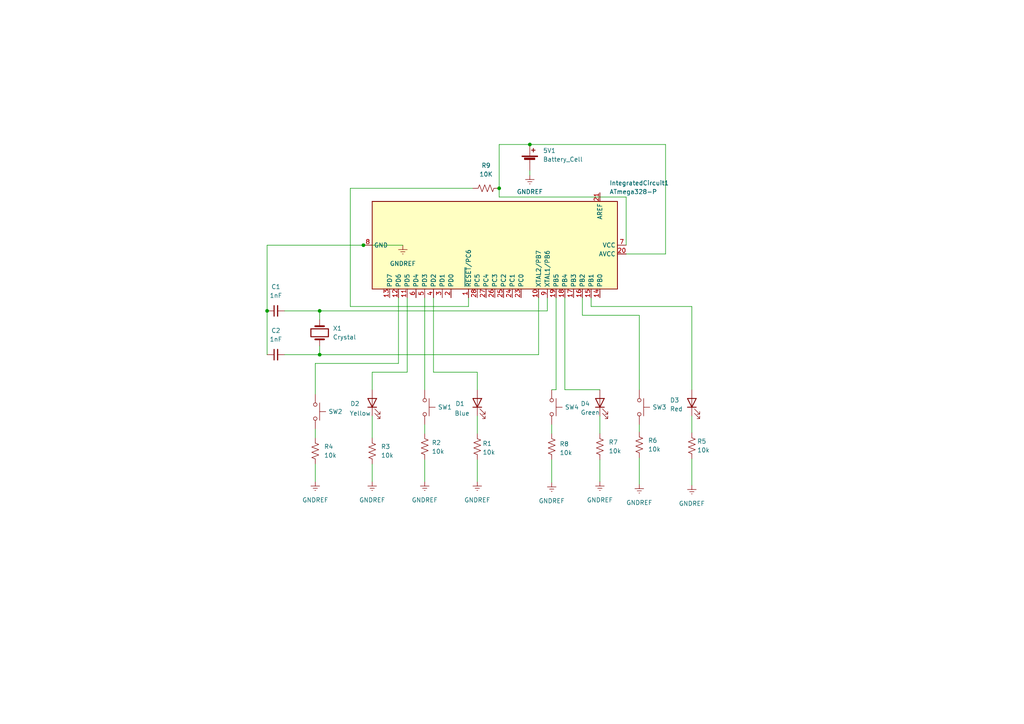
<source format=kicad_sch>
(kicad_sch (version 20211123) (generator eeschema)
  (paper "A4")
  (title_block (title "Simon Says") (date "2022-03-10") (rev "v01") (comment 4 "Author: Srishti Nautiyal and Iria Wang"))
  (lib_symbols
    (symbol "Device:Battery_Cell" (pin_numbers hide) (pin_names (offset 0) hide)
      (property "Reference" "BT" (at 2.54 2.54 0))
      (property "Value" "Battery_Cell" (at 2.54 0 0))
      (symbol "Battery_Cell_0_1"
        (rectangle (start -2.286 1.778) (end 2.286 1.524) (fill (type outline)))
        (rectangle (start -1.5748 1.1938) (end 1.4732 0.6858) (fill (type outline)))
        (polyline (pts (xy 0 0.762) (xy 0 0)))
        (polyline (pts (xy 0 1.778) (xy 0 2.54)))
        (polyline (pts (xy 0.508 3.429) (xy 1.524 3.429)) (stroke (width 0.254)))
        (polyline (pts (xy 1.016 3.937) (xy 1.016 2.921)) (stroke (width 0.254)))
      )
      (symbol "Battery_Cell_1_1"
        (pin passive line (at 0 5.08 270) (length 2.54) (name "+") (number "1"))
        (pin passive line (at 0 -2.54 90) (length 2.54) (name "-") (number "2"))
      )
    )
    (symbol "Device:C_Small" (pin_numbers hide) (pin_names (offset 0.254) hide)
      (property "Reference" "C" (at 0.254 1.778 0))
      (property "Value" "C_Small" (at 0.254 -2.032 0))
      (symbol "C_Small_0_1"
        (polyline (pts (xy -1.524 -0.508) (xy 1.524 -0.508)) (stroke (width 0.3302)))
        (polyline (pts (xy -1.524 0.508) (xy 1.524 0.508)) (stroke (width 0.3048)))
      )
      (symbol "C_Small_1_1"
        (pin passive line (at 0 2.54 270) (length 2.032) (name "~") (number "1"))
        (pin passive line (at 0 -2.54 90) (length 2.032) (name "~") (number "2"))
      )
    )
    (symbol "Device:Crystal" (pin_numbers hide) (pin_names (offset 1.016) hide)
      (property "Reference" "Y" (at 0 3.81 0))
      (property "Value" "Crystal" (at 0 -3.81 0))
      (symbol "Crystal_0_1"
        (rectangle (start -1.143 2.54) (end 1.143 -2.54) (stroke (width 0.3048)))
        (polyline (pts (xy -2.54 0) (xy -1.905 0)))
        (polyline (pts (xy -1.905 -1.27) (xy -1.905 1.27)) (stroke (width 0.508)))
        (polyline (pts (xy 1.905 -1.27) (xy 1.905 1.27)) (stroke (width 0.508)))
        (polyline (pts (xy 2.54 0) (xy 1.905 0)))
      )
      (symbol "Crystal_1_1"
        (pin passive line (at -3.81 0 0) (length 1.27) (name "1") (number "1"))
        (pin passive line (at 3.81 0 180) (length 1.27) (name "2") (number "2"))
      )
    )
    (symbol "Device:LED" (pin_numbers hide) (pin_names (offset 1.016) hide)
      (property "Reference" "D" (at 0 2.54 0))
      (property "Value" "LED" (at 0 -2.54 0))
      (symbol "LED_0_1"
        (polyline (pts (xy -1.27 -1.27) (xy -1.27 1.27)) (stroke (width 0.254)))
        (polyline (pts (xy -1.27 0) (xy 1.27 0)))
        (polyline (pts (xy 1.27 -1.27) (xy 1.27 1.27) (xy -1.27 0) (xy 1.27 -1.27)) (stroke (width 0.254)))
        (polyline (pts (xy -3.048 -0.762) (xy -4.572 -2.286) (xy -3.81 -2.286) (xy -4.572 -2.286) (xy -4.572 -1.524)))
        (polyline (pts (xy -1.778 -0.762) (xy -3.302 -2.286) (xy -2.54 -2.286) (xy -3.302 -2.286) (xy -3.302 -1.524)))
      )
      (symbol "LED_1_1"
        (pin passive line (at -3.81 0 0) (length 2.54) (name "K") (number "1"))
        (pin passive line (at 3.81 0 180) (length 2.54) (name "A") (number "2"))
      )
    )
    (symbol "Device:R_US" (pin_numbers hide) (pin_names (offset 0))
      (property "Reference" "R" (at 2.54 0 90))
      (property "Value" "R_US" (at -2.54 0 90))
      (symbol "R_US_0_1"
        (polyline (pts (xy 0 -2.286) (xy 0 -2.54)))
        (polyline (pts (xy 0 2.286) (xy 0 2.54)))
        (polyline (pts (xy 0 -0.762) (xy 1.016 -1.143) (xy 0 -1.524) (xy -1.016 -1.905) (xy 0 -2.286)))
        (polyline (pts (xy 0 0.762) (xy 1.016 0.381) (xy 0 0) (xy -1.016 -0.381) (xy 0 -0.762)))
        (polyline (pts (xy 0 2.286) (xy 1.016 1.905) (xy 0 1.524) (xy -1.016 1.143) (xy 0 0.762)))
      )
      (symbol "R_US_1_1"
        (pin passive line (at 0 3.81 270) (length 1.27) (name "~") (number "1"))
        (pin passive line (at 0 -3.81 90) (length 1.27) (name "~") (number "2"))
      )
    )
    (symbol "MCU_Microchip_ATmega:ATmega328-P"
      (property "Reference" "U" (at -12.7 36.83 0))
      (property "Value" "ATmega328-P" (at 2.54 -36.83 0))
      (symbol "ATmega328-P_0_1"
        (rectangle (start -12.7 -35.56) (end 12.7 35.56) (stroke (width 0.254)) (fill (type background)))
      )
      (symbol "ATmega328-P_1_1"
        (pin bidirectional line (at 15.24 -7.62 180) (length 2.54) (name "~{RESET}/PC6") (number "1"))
        (pin bidirectional line (at 15.24 12.7 180) (length 2.54) (name "XTAL2/PB7") (number "10"))
        (pin bidirectional line (at 15.24 -25.4 180) (length 2.54) (name "PD5") (number "11"))
        (pin bidirectional line (at 15.24 -27.94 180) (length 2.54) (name "PD6") (number "12"))
        (pin bidirectional line (at 15.24 -30.48 180) (length 2.54) (name "PD7") (number "13"))
        (pin bidirectional line (at 15.24 30.48 180) (length 2.54) (name "PB0") (number "14"))
        (pin bidirectional line (at 15.24 27.94 180) (length 2.54) (name "PB1") (number "15"))
        (pin bidirectional line (at 15.24 25.4 180) (length 2.54) (name "PB2") (number "16"))
        (pin bidirectional line (at 15.24 22.86 180) (length 2.54) (name "PB3") (number "17"))
        (pin bidirectional line (at 15.24 20.32 180) (length 2.54) (name "PB4") (number "18"))
        (pin bidirectional line (at 15.24 17.78 180) (length 2.54) (name "PB5") (number "19"))
        (pin bidirectional line (at 15.24 -12.7 180) (length 2.54) (name "PD0") (number "2"))
        (pin power_in line (at 2.54 38.1 270) (length 2.54) (name "AVCC") (number "20"))
        (pin passive line (at -15.24 30.48 0) (length 2.54) (name "AREF") (number "21"))
        (pin passive line (at 0 -38.1 90) (length 2.54) hide (name "GND") (number "22"))
        (pin bidirectional line (at 15.24 7.62 180) (length 2.54) (name "PC0") (number "23"))
        (pin bidirectional line (at 15.24 5.08 180) (length 2.54) (name "PC1") (number "24"))
        (pin bidirectional line (at 15.24 2.54 180) (length 2.54) (name "PC2") (number "25"))
        (pin bidirectional line (at 15.24 0 180) (length 2.54) (name "PC3") (number "26"))
        (pin bidirectional line (at 15.24 -2.54 180) (length 2.54) (name "PC4") (number "27"))
        (pin bidirectional line (at 15.24 -5.08 180) (length 2.54) (name "PC5") (number "28"))
        (pin bidirectional line (at 15.24 -15.24 180) (length 2.54) (name "PD1") (number "3"))
        (pin bidirectional line (at 15.24 -17.78 180) (length 2.54) (name "PD2") (number "4"))
        (pin bidirectional line (at 15.24 -20.32 180) (length 2.54) (name "PD3") (number "5"))
        (pin bidirectional line (at 15.24 -22.86 180) (length 2.54) (name "PD4") (number "6"))
        (pin power_in line (at 0 38.1 270) (length 2.54) (name "VCC") (number "7"))
        (pin power_in line (at 0 -38.1 90) (length 2.54) (name "GND") (number "8"))
        (pin bidirectional line (at 15.24 15.24 180) (length 2.54) (name "XTAL1/PB6") (number "9"))
      )
    )
    (symbol "Switch:SW_Push" (pin_numbers hide) (pin_names (offset 1.016) hide)
      (property "Reference" "SW" (at 1.27 2.54 0))
      (property "Value" "SW_Push" (at 0 -1.524 0))
      (symbol "SW_Push_0_1"
        (circle (center -2.032 0) (radius 0.508))
        (polyline (pts (xy 0 1.27) (xy 0 3.048)))
        (polyline (pts (xy 2.54 1.27) (xy -2.54 1.27)))
        (circle (center 2.032 0) (radius 0.508))
        (pin passive line (at -5.08 0 0) (length 2.54) (name "1") (number "1"))
        (pin passive line (at 5.08 0 180) (length 2.54) (name "2") (number "2"))
      )
    )
    (symbol "power:GNDREF" (power) (pin_names (offset 0))
      (property "Value" "GNDREF" (at 0 -3.81 0))
      (symbol "GNDREF_0_1"
        (polyline (pts (xy -0.635 -1.905) (xy 0.635 -1.905)))
        (polyline (pts (xy -0.127 -2.54) (xy 0.127 -2.54)))
        (polyline (pts (xy 0 -1.27) (xy 0 0)))
        (polyline (pts (xy 1.27 -1.27) (xy -1.27 -1.27)))
      )
      (symbol "GNDREF_1_1"
        (pin power_in line (at 0 0 270) (length 0) hide (name "GNDREF") (number "1"))
      )
    )
  )
  (junction (at 77.47 90.17))
  (junction (at 92.71 102.87))
  (junction (at 105.41 71.12))
  (junction (at 153.67 41.91))
  (junction (at 92.71 90.17))
  (junction (at 144.78 54.61))
  (wire (pts (xy 91.44 124.46) (xy 91.44 127)))
  (wire (pts (xy 82.55 90.17) (xy 92.71 90.17)))
  (wire (pts (xy 168.91 91.44) (xy 185.42 91.44)))
  (wire (pts (xy 200.66 133.096) (xy 200.66 140.716)))
  (wire (pts (xy 137.16 54.61) (xy 101.6 54.61)))
  (wire (pts (xy 107.95 134.62) (xy 107.95 139.7)))
  (wire (pts (xy 181.61 57.15) (xy 144.78 57.15)))
  (wire (pts (xy 193.04 41.91) (xy 193.04 73.66)))
  (wire (pts (xy 105.41 71.12) (xy 116.84 71.12)))
  (wire (pts (xy 193.04 73.66) (xy 181.61 73.66)))
  (wire (pts (xy 156.21 86.36) (xy 156.21 102.87)))
  (wire (pts (xy 171.45 88.9) (xy 200.66 88.9)))
  (wire (pts (xy 144.78 57.15) (xy 144.78 54.61)))
  (wire (pts (xy 185.42 123.19) (xy 185.42 125.222)))
  (wire (pts (xy 91.44 134.62) (xy 91.44 139.7)))
  (wire (pts (xy 82.55 102.87) (xy 92.71 102.87)))
  (wire (pts (xy 91.44 114.3) (xy 91.44 105.41)))
  (wire (pts (xy 123.19 86.36) (xy 123.19 113.03)))
  (wire (pts (xy 125.73 107.95) (xy 138.43 107.95)))
  (wire (pts (xy 107.95 107.95) (xy 107.95 113.03)))
  (wire (pts (xy 91.44 105.41) (xy 115.57 105.41)))
  (wire (pts (xy 173.99 133.35) (xy 173.99 139.7)))
  (wire (pts (xy 77.47 71.12) (xy 77.47 90.17)))
  (wire (pts (xy 168.91 86.36) (xy 168.91 91.44)))
  (wire (pts (xy 153.67 49.53) (xy 153.67 50.8)))
  (wire (pts (xy 123.19 133.35) (xy 123.19 139.7)))
  (wire (pts (xy 101.6 88.9) (xy 135.89 88.9)))
  (wire (pts (xy 163.83 113.03) (xy 173.99 113.03)))
  (wire (pts (xy 92.71 90.17) (xy 92.71 92.71)))
  (wire (pts (xy 144.78 41.91) (xy 144.78 54.61)))
  (wire (pts (xy 115.57 86.36) (xy 115.57 105.41)))
  (wire (pts (xy 125.73 86.36) (xy 125.73 107.95)))
  (wire (pts (xy 138.43 120.65) (xy 138.43 125.73)))
  (wire (pts (xy 138.43 133.35) (xy 138.43 139.7)))
  (wire (pts (xy 185.42 91.44) (xy 185.42 113.03)))
  (wire (pts (xy 118.11 86.36) (xy 118.11 107.95)))
  (wire (pts (xy 173.99 120.65) (xy 173.99 125.73)))
  (wire (pts (xy 156.21 102.87) (xy 92.71 102.87)))
  (wire (pts (xy 153.67 41.91) (xy 193.04 41.91)))
  (wire (pts (xy 181.61 71.12) (xy 181.61 57.15)))
  (wire (pts (xy 101.6 54.61) (xy 101.6 88.9)))
  (wire (pts (xy 105.41 71.12) (xy 77.47 71.12)))
  (wire (pts (xy 158.75 86.36) (xy 158.75 90.17)))
  (wire (pts (xy 160.02 123.19) (xy 160.02 125.73)))
  (wire (pts (xy 158.75 90.17) (xy 92.71 90.17)))
  (wire (pts (xy 200.66 120.65) (xy 200.66 125.476)))
  (wire (pts (xy 161.29 86.36) (xy 161.29 113.03)))
  (wire (pts (xy 171.45 86.36) (xy 171.45 88.9)))
  (wire (pts (xy 123.19 123.19) (xy 123.19 125.73)))
  (wire (pts (xy 200.66 88.9) (xy 200.66 113.03)))
  (wire (pts (xy 163.83 86.36) (xy 163.83 113.03)))
  (wire (pts (xy 107.95 120.65) (xy 107.95 127)))
  (wire (pts (xy 77.47 90.17) (xy 77.47 102.87)))
  (wire (pts (xy 118.11 107.95) (xy 107.95 107.95)))
  (wire (pts (xy 153.67 41.91) (xy 144.78 41.91)))
  (wire (pts (xy 138.43 107.95) (xy 138.43 113.03)))
  (wire (pts (xy 135.89 88.9) (xy 135.89 86.36)))
  (wire (pts (xy 161.29 113.03) (xy 160.02 113.03)))
  (wire (pts (xy 92.71 100.33) (xy 92.71 102.87)))
  (wire (pts (xy 185.42 132.842) (xy 185.42 140.462)))
  (wire (pts (xy 160.02 139.954) (xy 160.02 133.35)))
  (symbol (lib_id "Device:R_US") (at 91.44 130.81 0) (unit 1)
    (property "Reference" "R4" (at 93.98 129.5399 0) (effects (justify left)))
    (property "Value" "10k" (at 93.98 132.0799 0) (effects (justify left)))
    (property "Footprint" "Resistor_THT:R_Axial_DIN0207_L6.3mm_D2.5mm_P7.62mm_Horizontal" (effects hide))
  )
  (symbol (lib_id "power:GNDREF") (at 173.99 139.7 0) (unit 1)
    (property "Reference" "#PWR0104" (effects hide))
    (property "Value" "GNDREF" (at 173.99 145.034 0))
  )
  (symbol (lib_id "Device:R_US") (at 123.19 129.54 0) (unit 1)
    (property "Reference" "R2" (at 125.222 128.397 0) (effects (justify left)))
    (property "Value" "10k" (at 125.222 130.937 0) (effects (justify left)))
    (property "Footprint" "Resistor_THT:R_Axial_DIN0207_L6.3mm_D2.5mm_P7.62mm_Horizontal" (effects hide))
  )
  (symbol (lib_id "Device:R_US") (at 138.43 129.54 0) (unit 1)
    (property "Reference" "R1" (at 139.954 128.651 0) (effects (justify left)))
    (property "Value" "10k" (at 139.954 131.191 0) (effects (justify left)))
    (property "Footprint" "Resistor_THT:R_Axial_DIN0207_L6.3mm_D2.5mm_P7.62mm_Horizontal" (effects hide))
  )
  (symbol (lib_id "Device:R_US") (at 140.97 54.61 90) (unit 1)
    (property "Reference" "R9" (at 140.97 48.006 90))
    (property "Value" "10K" (at 140.97 50.546 90))
    (property "Footprint" "Resistor_THT:R_Axial_DIN0207_L6.3mm_D2.5mm_P7.62mm_Horizontal" (effects hide))
  )
  (symbol (lib_id "Device:R_US") (at 160.02 129.54 0) (unit 1)
    (property "Reference" "R8" (at 162.306 128.778 0) (effects (justify left)))
    (property "Value" "10k" (at 162.306 131.318 0) (effects (justify left)))
    (property "Footprint" "Resistor_THT:R_Axial_DIN0207_L6.3mm_D2.5mm_P7.62mm_Horizontal" (effects hide))
  )
  (symbol (lib_id "Switch:SW_Push") (at 185.42 118.11 270) (unit 1)
    (property "Reference" "SW3" (at 189.23 118.1099 90) (effects (justify left)))
    (property "Value" "SW_Push" (effects hide))
    (property "Footprint" "Button_Switch_THT:SW_TH_Tactile_Omron_B3F-10xx" (effects hide))
  )
  (symbol (lib_id "Device:LED") (at 200.66 116.84 90) (unit 1)
    (property "Reference" "D3" (at 194.31 116.078 90) (effects (justify right)))
    (property "Value" "Red" (at 194.31 118.618 90) (effects (justify right)))
    (property "Footprint" "LED_THT:LED_D3.0mm" (effects hide))
  )
  (symbol (lib_id "Switch:SW_Push") (at 160.02 118.11 270) (unit 1)
    (property "Reference" "SW4" (at 163.83 118.1099 90) (effects (justify left)))
    (property "Value" "SW_Push" (effects hide))
    (property "Footprint" "Button_Switch_THT:SW_TH_Tactile_Omron_B3F-10xx" (effects hide))
  )
  (symbol (lib_id "power:GNDREF") (at 138.43 139.7 0) (unit 1)
    (property "Reference" "#PWR0109" (effects hide))
    (property "Value" "GNDREF" (at 138.43 145.034 0))
  )
  (symbol (lib_id "power:GNDREF") (at 160.02 139.954 0) (unit 1)
    (property "Reference" "#PWR0105" (effects hide))
    (property "Value" "GNDREF" (at 160.02 145.288 0))
  )
  (symbol (lib_id "Switch:SW_Push") (at 123.19 118.11 270) (unit 1)
    (property "Reference" "SW1" (at 127 118.1099 90) (effects (justify left)))
    (property "Value" "SW_Push" (effects hide))
    (property "Footprint" "Button_Switch_THT:SW_TH_Tactile_Omron_B3F-10xx" (effects hide))
  )
  (symbol (lib_id "power:GNDREF") (at 116.84 71.12 0) (unit 1)
    (property "Reference" "#PWR0101" (effects hide))
    (property "Value" "GNDREF" (at 116.84 76.454 0))
  )
  (symbol (lib_id "power:GNDREF") (at 123.19 139.7 0) (unit 1)
    (property "Reference" "#PWR0108" (effects hide))
    (property "Value" "GNDREF" (at 123.19 145.034 0))
  )
  (symbol (lib_id "Device:Battery_Cell") (at 153.67 46.99 0) (unit 1)
    (property "Reference" "5V1" (at 157.48 43.6879 0) (effects (justify left)))
    (property "Value" "Battery_Cell" (at 157.48 46.2279 0) (effects (justify left)))
    (property "Footprint" "Battery:BatteryHolder_Bulgin_BX0036_1xC" (effects hide))
  )
  (symbol (lib_id "Device:Crystal") (at 92.71 96.52 90) (unit 1)
    (property "Reference" "X1" (at 96.52 95.2499 90) (effects (justify right)))
    (property "Value" "Crystal" (at 96.52 97.7899 90) (effects (justify right)))
    (property "Footprint" "Crystal:Crystal_HC49-4H_Vertical" (effects hide))
  )
  (symbol (lib_id "Device:LED") (at 138.43 116.84 90) (unit 1)
    (property "Reference" "D1" (at 132.08 117.094 90) (effects (justify right)))
    (property "Value" "Blue" (at 131.826 119.888 90) (effects (justify right)))
    (property "Footprint" "LED_THT:LED_D3.0mm" (effects hide))
  )
  (symbol (lib_id "Device:C_Small") (at 80.01 90.17 90) (unit 1)
    (property "Reference" "C1" (at 80.0163 83.185 90))
    (property "Value" "1nF" (at 80.0163 85.725 90))
    (property "Footprint" "Capacitor_THT:CP_Radial_D4.0mm_P1.50mm" (effects hide))
  )
  (symbol (lib_id "power:GNDREF") (at 153.67 50.8 0) (unit 1)
    (property "Reference" "#PWR0110" (effects hide))
    (property "Value" "GNDREF" (at 153.67 55.626 0))
  )
  (symbol (lib_id "Device:LED") (at 173.99 116.84 90) (unit 1)
    (property "Reference" "D4" (at 168.402 117.094 90) (effects (justify right)))
    (property "Value" "Green" (at 168.402 119.634 90) (effects (justify right)))
    (property "Footprint" "LED_THT:LED_D3.0mm" (effects hide))
  )
  (symbol (lib_id "power:GNDREF") (at 107.95 139.7 0) (unit 1)
    (property "Reference" "#PWR0107" (effects hide))
    (property "Value" "GNDREF" (at 107.95 145.034 0))
  )
  (symbol (lib_id "Device:LED") (at 107.95 116.84 90) (unit 1)
    (property "Reference" "D2" (at 101.6 117.094 90) (effects (justify right)))
    (property "Value" "Yellow" (at 101.346 119.888 90) (effects (justify right)))
    (property "Footprint" "LED_THT:LED_D3.0mm" (effects hide))
  )
  (symbol (lib_id "Device:R_US") (at 200.66 129.286 0) (unit 1)
    (property "Reference" "R5" (at 202.184 128.016 0) (effects (justify left)))
    (property "Value" "10k" (at 202.184 130.556 0) (effects (justify left)))
    (property "Footprint" "Resistor_THT:R_Axial_DIN0207_L6.3mm_D2.5mm_P7.62mm_Horizontal" (effects hide))
  )
  (symbol (lib_id "Device:R_US") (at 185.42 129.032 0) (unit 1)
    (property "Reference" "R6" (at 187.96 127.7619 0) (effects (justify left)))
    (property "Value" "10k" (at 187.96 130.3019 0) (effects (justify left)))
    (property "Footprint" "Resistor_THT:R_Axial_DIN0207_L6.3mm_D2.5mm_P7.62mm_Horizontal" (effects hide))
  )
  (symbol (lib_id "Device:R_US") (at 173.99 129.54 0) (unit 1)
    (property "Reference" "R7" (at 176.53 128.2699 0) (effects (justify left)))
    (property "Value" "10k" (at 176.53 130.8099 0) (effects (justify left)))
    (property "Footprint" "Resistor_THT:R_Axial_DIN0207_L6.3mm_D2.5mm_P7.62mm_Horizontal" (effects hide))
  )
  (symbol (lib_id "power:GNDREF") (at 185.42 140.462 0) (unit 1)
    (property "Reference" "#PWR0106" (effects hide))
    (property "Value" "GNDREF" (at 185.42 145.796 0))
  )
  (symbol (lib_id "Switch:SW_Push") (at 91.44 119.38 270) (unit 1)
    (property "Reference" "SW2" (at 95.25 119.3799 90) (effects (justify left)))
    (property "Value" "SW_Push" (effects hide))
    (property "Footprint" "Button_Switch_THT:SW_TH_Tactile_Omron_B3F-10xx" (effects hide))
  )
  (symbol (lib_id "Device:R_US") (at 107.95 130.81 0) (unit 1)
    (property "Reference" "R3" (at 110.49 129.5399 0) (effects (justify left)))
    (property "Value" "10k" (at 110.49 132.0799 0) (effects (justify left)))
    (property "Footprint" "Resistor_THT:R_Axial_DIN0207_L6.3mm_D2.5mm_P7.62mm_Horizontal" (effects hide))
  )
  (symbol (lib_id "Device:C_Small") (at 80.01 102.87 90) (unit 1)
    (property "Reference" "C2" (at 80.0163 95.885 90))
    (property "Value" "1nF" (at 80.0163 98.425 90))
    (property "Footprint" "Capacitor_THT:CP_Radial_D4.0mm_P1.50mm" (effects hide))
  )
  (symbol (lib_id "MCU_Microchip_ATmega:ATmega328-P") (at 143.51 71.12 270) (unit 1)
    (property "Reference" "IntegratedCircuit1" (at 176.7587 53.086 90) (effects (justify left)))
    (property "Value" "ATmega328-P" (at 176.7587 55.626 90) (effects (justify left)))
    (property "Footprint" "Package_DIP:DIP-28_W7.62mm" (effects hide))
    (property "Datasheet" "http://ww1.microchip.com/downloads/en/DeviceDoc/ATmega328_P%20AVR%20MCU%20with%20picoPower%20Technology%20Data%20Sheet%2040001984A.pdf" (effects hide))
  )
  (symbol (lib_id "power:GNDREF") (at 200.66 140.716 0) (unit 1)
    (property "Reference" "#PWR0102" (effects hide))
    (property "Value" "GNDREF" (at 200.66 146.05 0))
  )
  (symbol (lib_id "power:GNDREF") (at 91.44 139.7 0) (unit 1)
    (property "Reference" "#PWR0103" (effects hide))
    (property "Value" "GNDREF" (at 91.44 145.034 0))
  )
)
</source>
